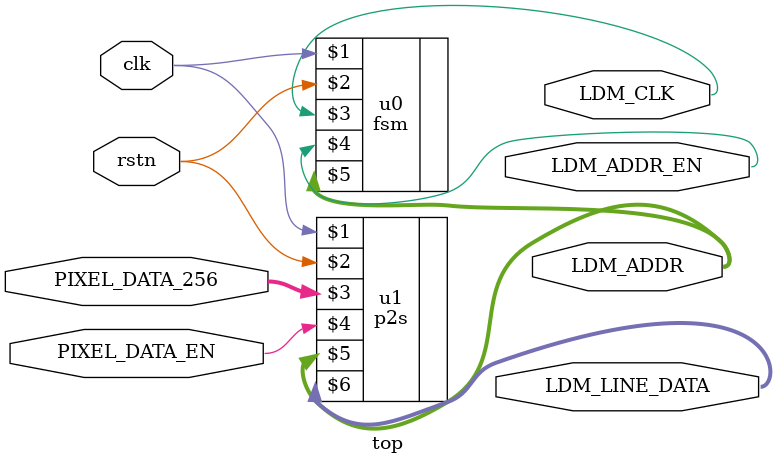
<source format=v>

module top (input clk, input rstn, input [0:255] PIXEL_DATA_256, input PIXEL_DATA_EN, output LDM_CLK, output LDM_ADDR_EN, output [0:3] LDM_ADDR, output [0:15] LDM_LINE_DATA);

fsm u0 (clk, rstn, LDM_CLK, LDM_ADDR_EN, LDM_ADDR);
p2s u1 (clk, rstn, PIXEL_DATA_256, PIXEL_DATA_EN, LDM_ADDR, LDM_LINE_DATA);

endmodule

</source>
